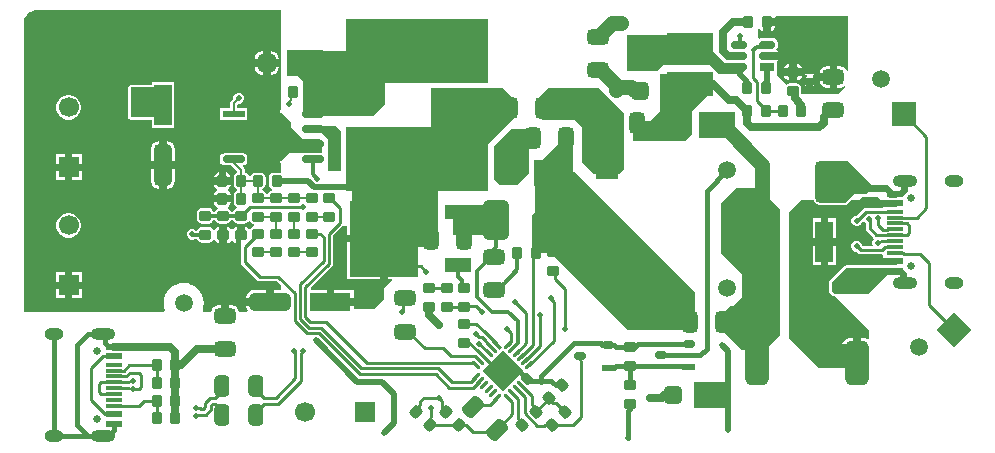
<source format=gtl>
G04*
G04 #@! TF.GenerationSoftware,Altium Limited,Altium Designer,23.11.1 (41)*
G04*
G04 Layer_Physical_Order=1*
G04 Layer_Color=255*
%FSLAX44Y44*%
%MOMM*%
G71*
G04*
G04 #@! TF.SameCoordinates,884342A8-4ED4-4568-BB5E-73BA217C2521*
G04*
G04*
G04 #@! TF.FilePolarity,Positive*
G04*
G01*
G75*
G04:AMPARAMS|DCode=10|XSize=1.82mm|YSize=1.27mm|CornerRadius=0.3175mm|HoleSize=0mm|Usage=FLASHONLY|Rotation=90.000|XOffset=0mm|YOffset=0mm|HoleType=Round|Shape=RoundedRectangle|*
%AMROUNDEDRECTD10*
21,1,1.8200,0.6350,0,0,90.0*
21,1,1.1850,1.2700,0,0,90.0*
1,1,0.6350,0.3175,0.5925*
1,1,0.6350,0.3175,-0.5925*
1,1,0.6350,-0.3175,-0.5925*
1,1,0.6350,-0.3175,0.5925*
%
%ADD10ROUNDEDRECTD10*%
G04:AMPARAMS|DCode=11|XSize=1.5mm|YSize=3.5mm|CornerRadius=0.375mm|HoleSize=0mm|Usage=FLASHONLY|Rotation=270.000|XOffset=0mm|YOffset=0mm|HoleType=Round|Shape=RoundedRectangle|*
%AMROUNDEDRECTD11*
21,1,1.5000,2.7500,0,0,270.0*
21,1,0.7500,3.5000,0,0,270.0*
1,1,0.7500,-1.3750,-0.3750*
1,1,0.7500,-1.3750,0.3750*
1,1,0.7500,1.3750,0.3750*
1,1,0.7500,1.3750,-0.3750*
%
%ADD11ROUNDEDRECTD11*%
%ADD12R,3.5000X1.5000*%
%ADD13R,3.1000X2.2000*%
G04:AMPARAMS|DCode=14|XSize=1.5mm|YSize=1.52mm|CornerRadius=0.375mm|HoleSize=0mm|Usage=FLASHONLY|Rotation=270.000|XOffset=0mm|YOffset=0mm|HoleType=Round|Shape=RoundedRectangle|*
%AMROUNDEDRECTD14*
21,1,1.5000,0.7700,0,0,270.0*
21,1,0.7500,1.5200,0,0,270.0*
1,1,0.7500,-0.3850,-0.3750*
1,1,0.7500,-0.3850,0.3750*
1,1,0.7500,0.3850,0.3750*
1,1,0.7500,0.3850,-0.3750*
%
%ADD14ROUNDEDRECTD14*%
G04:AMPARAMS|DCode=15|XSize=1.8mm|YSize=1.3mm|CornerRadius=0.325mm|HoleSize=0mm|Usage=FLASHONLY|Rotation=180.000|XOffset=0mm|YOffset=0mm|HoleType=Round|Shape=RoundedRectangle|*
%AMROUNDEDRECTD15*
21,1,1.8000,0.6500,0,0,180.0*
21,1,1.1500,1.3000,0,0,180.0*
1,1,0.6500,-0.5750,0.3250*
1,1,0.6500,0.5750,0.3250*
1,1,0.6500,0.5750,-0.3250*
1,1,0.6500,-0.5750,-0.3250*
%
%ADD15ROUNDEDRECTD15*%
G04:AMPARAMS|DCode=16|XSize=1.8mm|YSize=1.3mm|CornerRadius=0.325mm|HoleSize=0mm|Usage=FLASHONLY|Rotation=225.000|XOffset=0mm|YOffset=0mm|HoleType=Round|Shape=RoundedRectangle|*
%AMROUNDEDRECTD16*
21,1,1.8000,0.6500,0,0,225.0*
21,1,1.1500,1.3000,0,0,225.0*
1,1,0.6500,-0.6364,-0.1768*
1,1,0.6500,0.1768,0.6364*
1,1,0.6500,0.6364,0.1768*
1,1,0.6500,-0.1768,-0.6364*
%
%ADD16ROUNDEDRECTD16*%
G04:AMPARAMS|DCode=17|XSize=2mm|YSize=3.75mm|CornerRadius=0.5mm|HoleSize=0mm|Usage=FLASHONLY|Rotation=0.000|XOffset=0mm|YOffset=0mm|HoleType=Round|Shape=RoundedRectangle|*
%AMROUNDEDRECTD17*
21,1,2.0000,2.7500,0,0,0.0*
21,1,1.0000,3.7500,0,0,0.0*
1,1,1.0000,0.5000,-1.3750*
1,1,1.0000,-0.5000,-1.3750*
1,1,1.0000,-0.5000,1.3750*
1,1,1.0000,0.5000,1.3750*
%
%ADD17ROUNDEDRECTD17*%
G04:AMPARAMS|DCode=18|XSize=1mm|YSize=0.9mm|CornerRadius=0.225mm|HoleSize=0mm|Usage=FLASHONLY|Rotation=270.000|XOffset=0mm|YOffset=0mm|HoleType=Round|Shape=RoundedRectangle|*
%AMROUNDEDRECTD18*
21,1,1.0000,0.4500,0,0,270.0*
21,1,0.5500,0.9000,0,0,270.0*
1,1,0.4500,-0.2250,-0.2750*
1,1,0.4500,-0.2250,0.2750*
1,1,0.4500,0.2250,0.2750*
1,1,0.4500,0.2250,-0.2750*
%
%ADD18ROUNDEDRECTD18*%
%ADD19R,1.4500X0.3000*%
%ADD20R,1.4500X0.6000*%
%ADD21R,4.0000X2.0000*%
G04:AMPARAMS|DCode=22|XSize=1.5mm|YSize=1.52mm|CornerRadius=0.375mm|HoleSize=0mm|Usage=FLASHONLY|Rotation=0.000|XOffset=0mm|YOffset=0mm|HoleType=Round|Shape=RoundedRectangle|*
%AMROUNDEDRECTD22*
21,1,1.5000,0.7700,0,0,0.0*
21,1,0.7500,1.5200,0,0,0.0*
1,1,0.7500,0.3750,-0.3850*
1,1,0.7500,-0.3750,-0.3850*
1,1,0.7500,-0.3750,0.3850*
1,1,0.7500,0.3750,0.3850*
%
%ADD22ROUNDEDRECTD22*%
%ADD23R,2.2000X3.1000*%
G04:AMPARAMS|DCode=24|XSize=1mm|YSize=0.9mm|CornerRadius=0.225mm|HoleSize=0mm|Usage=FLASHONLY|Rotation=315.000|XOffset=0mm|YOffset=0mm|HoleType=Round|Shape=RoundedRectangle|*
%AMROUNDEDRECTD24*
21,1,1.0000,0.4500,0,0,315.0*
21,1,0.5500,0.9000,0,0,315.0*
1,1,0.4500,0.0354,-0.3536*
1,1,0.4500,-0.3536,0.0354*
1,1,0.4500,-0.0354,0.3536*
1,1,0.4500,0.3536,-0.0354*
%
%ADD24ROUNDEDRECTD24*%
G04:AMPARAMS|DCode=25|XSize=1mm|YSize=0.9mm|CornerRadius=0.225mm|HoleSize=0mm|Usage=FLASHONLY|Rotation=0.000|XOffset=0mm|YOffset=0mm|HoleType=Round|Shape=RoundedRectangle|*
%AMROUNDEDRECTD25*
21,1,1.0000,0.4500,0,0,0.0*
21,1,0.5500,0.9000,0,0,0.0*
1,1,0.4500,0.2750,-0.2250*
1,1,0.4500,-0.2750,-0.2250*
1,1,0.4500,-0.2750,0.2250*
1,1,0.4500,0.2750,0.2250*
%
%ADD25ROUNDEDRECTD25*%
G04:AMPARAMS|DCode=26|XSize=1.8mm|YSize=1.3mm|CornerRadius=0.325mm|HoleSize=0mm|Usage=FLASHONLY|Rotation=90.000|XOffset=0mm|YOffset=0mm|HoleType=Round|Shape=RoundedRectangle|*
%AMROUNDEDRECTD26*
21,1,1.8000,0.6500,0,0,90.0*
21,1,1.1500,1.3000,0,0,90.0*
1,1,0.6500,0.3250,0.5750*
1,1,0.6500,0.3250,-0.5750*
1,1,0.6500,-0.3250,-0.5750*
1,1,0.6500,-0.3250,0.5750*
%
%ADD26ROUNDEDRECTD26*%
G04:AMPARAMS|DCode=27|XSize=1.5mm|YSize=3.5mm|CornerRadius=0.375mm|HoleSize=0mm|Usage=FLASHONLY|Rotation=0.000|XOffset=0mm|YOffset=0mm|HoleType=Round|Shape=RoundedRectangle|*
%AMROUNDEDRECTD27*
21,1,1.5000,2.7500,0,0,0.0*
21,1,0.7500,3.5000,0,0,0.0*
1,1,0.7500,0.3750,-1.3750*
1,1,0.7500,-0.3750,-1.3750*
1,1,0.7500,-0.3750,1.3750*
1,1,0.7500,0.3750,1.3750*
%
%ADD27ROUNDEDRECTD27*%
%ADD28R,1.5000X3.5000*%
%ADD29R,2.2000X1.2000*%
%ADD30R,5.8000X6.4000*%
%ADD31R,12.0000X5.5000*%
G04:AMPARAMS|DCode=32|XSize=3mm|YSize=4mm|CornerRadius=0mm|HoleSize=0mm|Usage=FLASHONLY|Rotation=0.000|XOffset=0mm|YOffset=0mm|HoleType=Round|Shape=Octagon|*
%AMOCTAGOND32*
4,1,8,-0.7500,2.0000,0.7500,2.0000,1.5000,1.2500,1.5000,-1.2500,0.7500,-2.0000,-0.7500,-2.0000,-1.5000,-1.2500,-1.5000,1.2500,-0.7500,2.0000,0.0*
%
%ADD32OCTAGOND32*%

%ADD33R,1.9000X0.6000*%
G04:AMPARAMS|DCode=34|XSize=0.6mm|YSize=1.9mm|CornerRadius=0.15mm|HoleSize=0mm|Usage=FLASHONLY|Rotation=90.000|XOffset=0mm|YOffset=0mm|HoleType=Round|Shape=RoundedRectangle|*
%AMROUNDEDRECTD34*
21,1,0.6000,1.6000,0,0,90.0*
21,1,0.3000,1.9000,0,0,90.0*
1,1,0.3000,0.8000,0.1500*
1,1,0.3000,0.8000,-0.1500*
1,1,0.3000,-0.8000,-0.1500*
1,1,0.3000,-0.8000,0.1500*
%
%ADD34ROUNDEDRECTD34*%
G04:AMPARAMS|DCode=35|XSize=3.45mm|YSize=2.25mm|CornerRadius=0.5625mm|HoleSize=0mm|Usage=FLASHONLY|Rotation=90.000|XOffset=0mm|YOffset=0mm|HoleType=Round|Shape=RoundedRectangle|*
%AMROUNDEDRECTD35*
21,1,3.4500,1.1250,0,0,90.0*
21,1,2.3250,2.2500,0,0,90.0*
1,1,1.1250,0.5625,1.1625*
1,1,1.1250,0.5625,-1.1625*
1,1,1.1250,-0.5625,-1.1625*
1,1,1.1250,-0.5625,1.1625*
%
%ADD35ROUNDEDRECTD35*%
G04:AMPARAMS|DCode=36|XSize=0.84mm|YSize=0.26mm|CornerRadius=0.065mm|HoleSize=0mm|Usage=FLASHONLY|Rotation=45.000|XOffset=0mm|YOffset=0mm|HoleType=Round|Shape=RoundedRectangle|*
%AMROUNDEDRECTD36*
21,1,0.8400,0.1300,0,0,45.0*
21,1,0.7100,0.2600,0,0,45.0*
1,1,0.1300,0.2970,0.2051*
1,1,0.1300,-0.2051,-0.2970*
1,1,0.1300,-0.2970,-0.2051*
1,1,0.1300,0.2051,0.2970*
%
%ADD36ROUNDEDRECTD36*%
G04:AMPARAMS|DCode=37|XSize=0.84mm|YSize=0.26mm|CornerRadius=0mm|HoleSize=0mm|Usage=FLASHONLY|Rotation=315.000|XOffset=0mm|YOffset=0mm|HoleType=Round|Shape=Rectangle|*
%AMROTATEDRECTD37*
4,1,4,-0.3889,0.2051,-0.2051,0.3889,0.3889,-0.2051,0.2051,-0.3889,-0.3889,0.2051,0.0*
%
%ADD37ROTATEDRECTD37*%

G04:AMPARAMS|DCode=38|XSize=0.84mm|YSize=0.26mm|CornerRadius=0.065mm|HoleSize=0mm|Usage=FLASHONLY|Rotation=315.000|XOffset=0mm|YOffset=0mm|HoleType=Round|Shape=RoundedRectangle|*
%AMROUNDEDRECTD38*
21,1,0.8400,0.1300,0,0,315.0*
21,1,0.7100,0.2600,0,0,315.0*
1,1,0.1300,0.2051,-0.2970*
1,1,0.1300,-0.2970,0.2051*
1,1,0.1300,-0.2051,0.2970*
1,1,0.1300,0.2970,-0.2051*
%
%ADD38ROUNDEDRECTD38*%
%ADD39P,3.5355X4X360.0*%
G04:AMPARAMS|DCode=40|XSize=1mm|YSize=0.9mm|CornerRadius=0.225mm|HoleSize=0mm|Usage=FLASHONLY|Rotation=225.000|XOffset=0mm|YOffset=0mm|HoleType=Round|Shape=RoundedRectangle|*
%AMROUNDEDRECTD40*
21,1,1.0000,0.4500,0,0,225.0*
21,1,0.5500,0.9000,0,0,225.0*
1,1,0.4500,-0.3536,-0.0354*
1,1,0.4500,0.0354,0.3536*
1,1,0.4500,0.3536,0.0354*
1,1,0.4500,-0.0354,-0.3536*
%
%ADD40ROUNDEDRECTD40*%
%ADD41R,1.0000X0.6000*%
G04:AMPARAMS|DCode=42|XSize=0.6mm|YSize=1mm|CornerRadius=0.15mm|HoleSize=0mm|Usage=FLASHONLY|Rotation=270.000|XOffset=0mm|YOffset=0mm|HoleType=Round|Shape=RoundedRectangle|*
%AMROUNDEDRECTD42*
21,1,0.6000,0.7000,0,0,270.0*
21,1,0.3000,1.0000,0,0,270.0*
1,1,0.3000,-0.3500,-0.1500*
1,1,0.3000,-0.3500,0.1500*
1,1,0.3000,0.3500,0.1500*
1,1,0.3000,0.3500,-0.1500*
%
%ADD42ROUNDEDRECTD42*%
%ADD43C,1.5000*%
%ADD44R,1.3000X0.7000*%
G04:AMPARAMS|DCode=45|XSize=0.7mm|YSize=1.3mm|CornerRadius=0.175mm|HoleSize=0mm|Usage=FLASHONLY|Rotation=270.000|XOffset=0mm|YOffset=0mm|HoleType=Round|Shape=RoundedRectangle|*
%AMROUNDEDRECTD45*
21,1,0.7000,0.9500,0,0,270.0*
21,1,0.3500,1.3000,0,0,270.0*
1,1,0.3500,-0.4750,-0.1750*
1,1,0.3500,-0.4750,0.1750*
1,1,0.3500,0.4750,0.1750*
1,1,0.3500,0.4750,-0.1750*
%
%ADD45ROUNDEDRECTD45*%
%ADD46C,0.2540*%
%ADD47C,0.5080*%
%ADD48C,0.3810*%
%ADD49C,0.6350*%
%ADD50C,0.3048*%
%ADD51C,0.5588*%
%ADD52C,1.2700*%
%ADD53C,0.2032*%
%ADD54R,1.7500X2.0000*%
%ADD55R,2.4710X5.1570*%
%ADD56R,2.0000X2.5000*%
%ADD57R,3.5000X2.5000*%
%ADD58R,4.6400X2.5654*%
%ADD59O,1.6000X1.0000*%
%ADD60C,0.6750*%
%ADD61O,2.1000X1.0000*%
%ADD62C,1.7000*%
%ADD63R,1.7000X1.7000*%
%ADD64R,1.7000X1.7000*%
%ADD65O,1.9000X1.5000*%
%ADD66R,1.9000X1.5000*%
%ADD67O,1.5000X1.9000*%
%ADD68P,2.9814X4X90.0*%
%ADD69R,2.1082X2.1082*%
%ADD70C,0.5000*%
%ADD71C,1.2000*%
G36*
X700500Y427504D02*
X699230Y427379D01*
X699204Y427509D01*
X697924Y429424D01*
X696009Y430704D01*
X693750Y431153D01*
X691175D01*
Y422000D01*
Y412847D01*
X693750D01*
X696009Y413296D01*
X697488Y414284D01*
X698298Y413298D01*
X693000Y408000D01*
X661849D01*
X661016Y408866D01*
X660998Y408957D01*
Y412441D01*
X660668Y414099D01*
X659729Y415505D01*
X658323Y416444D01*
X656665Y416774D01*
X651165D01*
X649507Y416444D01*
X648287Y415629D01*
X640327Y423589D01*
X640705Y424859D01*
X640705D01*
Y435859D01*
X640705Y435859D01*
X640705D01*
X640897Y436239D01*
X640996Y436435D01*
X641046Y436684D01*
X632205D01*
Y443034D01*
X641046D01*
X640996Y443283D01*
X640048Y444702D01*
X639685Y444944D01*
X640488Y446146D01*
X640779Y447609D01*
Y451109D01*
X640488Y452572D01*
X639659Y453812D01*
X638418Y454641D01*
X636955Y454932D01*
X627455D01*
X625992Y454641D01*
X625777Y454497D01*
X624507Y455176D01*
Y462460D01*
X625777Y462845D01*
X626113Y462343D01*
X627697Y461284D01*
X628641Y461096D01*
Y468546D01*
X631816D01*
Y471721D01*
X638865D01*
X638818Y471961D01*
X639860Y473231D01*
X700500D01*
Y427504D01*
D02*
G37*
G36*
X583500Y446896D02*
X596500Y433896D01*
X612500Y433896D01*
Y426896D01*
X610500Y424896D01*
X590500Y424896D01*
X583500Y431896D01*
X543500Y431896D01*
X538500Y426896D01*
X524500D01*
Y457896D01*
X583500D01*
Y446896D01*
D02*
G37*
G36*
X308788Y398970D02*
X298788Y388970D01*
X241288D01*
X238788Y391470D01*
Y418970D01*
X233788Y423970D01*
Y443970D01*
X308788D01*
Y398970D01*
D02*
G37*
G36*
X585500Y421135D02*
Y409896D01*
X572500Y396896D01*
X568500Y392896D01*
Y373896D01*
X562500Y367896D01*
X518500D01*
Y384896D01*
X533500D01*
X541500Y392896D01*
Y424896D01*
X581740D01*
X585500Y421135D01*
D02*
G37*
G36*
X418500Y402500D02*
Y396500D01*
Y387500D01*
X393500Y362500D01*
X347500D01*
Y412500D01*
X408500D01*
X418500Y402500D01*
D02*
G37*
G36*
X270788Y376470D02*
Y342470D01*
X259788D01*
X259788Y369470D01*
X253788Y375470D01*
X238788D01*
Y380470D01*
X266788D01*
X270788Y376470D01*
D02*
G37*
G36*
X220210Y394010D02*
X216963D01*
Y385500D01*
X222758D01*
X238788Y369470D01*
X252788D01*
X254788Y367470D01*
X254788Y357800D01*
X216963D01*
Y348930D01*
X220210D01*
Y341821D01*
X219228Y341015D01*
X219038Y341053D01*
X214538D01*
X212880Y340723D01*
X211474Y339784D01*
X210535Y338378D01*
X210205Y336720D01*
Y331220D01*
X210535Y329562D01*
X211474Y328156D01*
X212879Y327217D01*
X212880Y327214D01*
X212878Y325922D01*
X211880Y325723D01*
X210474Y324784D01*
X209535Y323378D01*
X209435Y322880D01*
X208141D01*
X208041Y323378D01*
X207102Y324784D01*
X205696Y325723D01*
X204698Y325922D01*
X204696Y327214D01*
X204697Y327217D01*
X206102Y328156D01*
X207041Y329562D01*
X207371Y331220D01*
Y336720D01*
X207041Y338378D01*
X206102Y339784D01*
X204696Y340723D01*
X203038Y341053D01*
X198538D01*
X196880Y340723D01*
X195474Y339784D01*
X194535Y338378D01*
X194436Y337880D01*
X193141D01*
X193041Y338378D01*
X192102Y339784D01*
X190696Y340723D01*
X189863Y340889D01*
Y342920D01*
X189629Y344097D01*
X188962Y345094D01*
X188962Y345094D01*
X187824Y346232D01*
X187898Y346409D01*
X188466Y347387D01*
X189654Y347623D01*
X190811Y348397D01*
X191585Y349554D01*
X191857Y350920D01*
Y353920D01*
X191585Y355286D01*
X190811Y356443D01*
X189654Y357217D01*
X188288Y357489D01*
X172288D01*
X170922Y357217D01*
X169765Y356443D01*
X168991Y355286D01*
X168720Y353920D01*
Y350920D01*
X168991Y349554D01*
X169765Y348397D01*
X170922Y347623D01*
X172288Y347351D01*
X178043D01*
X178114Y347246D01*
X183264Y342095D01*
X182880Y340723D01*
X181474Y339784D01*
X180535Y338378D01*
X180205Y336720D01*
Y331220D01*
X180535Y329562D01*
X181474Y328156D01*
X182880Y327217D01*
X183378Y327117D01*
Y325823D01*
X182880Y325723D01*
X181474Y324784D01*
X180535Y323378D01*
X180205Y321720D01*
Y316220D01*
X180535Y314562D01*
X181474Y313156D01*
X182880Y312217D01*
X183064Y312180D01*
Y310885D01*
X181980Y310669D01*
X180574Y309730D01*
X179635Y308324D01*
X179572Y308009D01*
X178204D01*
X178141Y308324D01*
X177202Y309730D01*
X175796Y310669D01*
X175675Y310693D01*
X175407Y312042D01*
X176491Y312767D01*
X177550Y314351D01*
X177837Y315795D01*
X170788D01*
X163739D01*
X164026Y314351D01*
X165085Y312767D01*
X166546Y311790D01*
X166563Y311745D01*
X166644Y311131D01*
X166613Y310424D01*
X165574Y309730D01*
X164635Y308324D01*
X164572Y308009D01*
X163204D01*
X163141Y308324D01*
X162202Y309730D01*
X160796Y310669D01*
X159138Y310999D01*
X153638D01*
X151980Y310669D01*
X150574Y309730D01*
X149635Y308324D01*
X149305Y306666D01*
Y302166D01*
X149635Y300508D01*
X150574Y299102D01*
X151980Y298163D01*
X153638Y297833D01*
X159138D01*
X160796Y298163D01*
X162202Y299102D01*
X163141Y300508D01*
X163204Y300823D01*
X164572D01*
X164635Y300508D01*
X165574Y299102D01*
X166980Y298163D01*
X168638Y297833D01*
X174138D01*
X175796Y298163D01*
X177202Y299102D01*
X178141Y300508D01*
X178204Y300823D01*
X179572D01*
X179635Y300508D01*
X180574Y299102D01*
X181980Y298163D01*
X183638Y297833D01*
X189138D01*
X190796Y298163D01*
X192202Y299102D01*
X193072Y300404D01*
X193488Y300445D01*
X194391Y300282D01*
X194535Y299562D01*
X195474Y298156D01*
X196880Y297217D01*
X197378Y297117D01*
Y295823D01*
X196880Y295723D01*
X195474Y294784D01*
X194535Y293378D01*
X193205Y293202D01*
X192591Y294119D01*
X191007Y295178D01*
X189563Y295465D01*
Y288416D01*
X183213D01*
Y295465D01*
X181769Y295178D01*
X180185Y294119D01*
X179652Y293322D01*
X178124D01*
X177591Y294119D01*
X176007Y295178D01*
X174563Y295465D01*
Y288416D01*
Y281367D01*
X176007Y281654D01*
X177591Y282713D01*
X178124Y283510D01*
X179652D01*
X180185Y282713D01*
X181769Y281654D01*
X183638Y281282D01*
X186188D01*
X186866Y280012D01*
X186650Y279688D01*
X186396Y278412D01*
Y265074D01*
X186650Y263798D01*
X187372Y262717D01*
X199946Y250144D01*
X201027Y249421D01*
X202303Y249167D01*
X216797D01*
X220210Y245754D01*
Y241727D01*
X214395D01*
Y231564D01*
X211220D01*
Y228389D01*
X191057D01*
Y227814D01*
X191545Y225360D01*
X192139Y224470D01*
X191461Y223200D01*
X184564D01*
X184204Y225009D01*
X182924Y226924D01*
X181009Y228204D01*
X178750Y228653D01*
X176175D01*
Y219500D01*
X169825D01*
Y228653D01*
X167250D01*
X164991Y228204D01*
X163076Y226924D01*
X161796Y225009D01*
X161436Y223200D01*
X154674D01*
X153936Y224470D01*
X154754Y227167D01*
X155082Y230500D01*
X154754Y233833D01*
X153782Y237037D01*
X152203Y239990D01*
X150079Y242579D01*
X147490Y244703D01*
X144537Y246282D01*
X141333Y247254D01*
X138000Y247582D01*
X134667Y247254D01*
X131463Y246282D01*
X128510Y244703D01*
X125921Y242579D01*
X123797Y239990D01*
X122218Y237037D01*
X121246Y233833D01*
X120918Y230500D01*
X121246Y227167D01*
X122064Y224470D01*
X121326Y223200D01*
X2539D01*
Y467800D01*
Y468850D01*
X2949Y470910D01*
X3752Y472850D01*
X4919Y474596D01*
X6404Y476081D01*
X8150Y477248D01*
X10090Y478051D01*
X12150Y478461D01*
X220210D01*
Y394010D01*
D02*
G37*
G36*
X510500Y391500D02*
Y343500D01*
X506500Y339500D01*
X485500Y339500D01*
X475500Y349500D01*
Y379500D01*
X469500Y385500D01*
X442500D01*
X439500Y388500D01*
Y405500D01*
X446500Y412500D01*
X489500D01*
X510500Y391500D01*
D02*
G37*
G36*
X430500Y378000D02*
X430500Y340500D01*
X420500Y330500D01*
X405500D01*
X400500Y335500D01*
Y363000D01*
X415500Y378000D01*
X430500Y378000D01*
D02*
G37*
G36*
X720500Y330500D02*
Y328000D01*
X715500Y323000D01*
X705500D01*
X698000Y315500D01*
X678000D01*
Y350500D01*
X700500D01*
X720500Y330500D01*
D02*
G37*
G36*
X730260Y311335D02*
X715747D01*
X714471Y311081D01*
X713389Y310358D01*
X707675Y304644D01*
X706995D01*
X705341Y303959D01*
X704075Y302693D01*
X703390Y301039D01*
Y299249D01*
X704075Y297595D01*
X705341Y296329D01*
X706995Y295644D01*
X708785D01*
X710439Y296329D01*
X711705Y297595D01*
X712390Y299249D01*
X712973Y299597D01*
X714338Y299428D01*
X715478Y298288D01*
Y293941D01*
X715732Y292665D01*
X716454Y291583D01*
X721973Y286065D01*
X722260Y285052D01*
X722305Y284601D01*
X721855Y284151D01*
X721170Y282497D01*
Y280707D01*
X721417Y280110D01*
X720569Y278840D01*
X712731D01*
X712136Y279435D01*
Y279449D01*
X711451Y281103D01*
X710185Y282369D01*
X708531Y283054D01*
X706741D01*
X705087Y282369D01*
X703821Y281103D01*
X703136Y279449D01*
Y277659D01*
X703821Y276005D01*
X705087Y274739D01*
X706741Y274054D01*
X708087D01*
X708992Y273148D01*
X710074Y272426D01*
X711350Y272172D01*
X729181D01*
X729258Y272187D01*
X730260Y271092D01*
Y262889D01*
X706895D01*
X705138Y262539D01*
X698500D01*
X698500Y262539D01*
X697720Y262384D01*
X697058Y261942D01*
X685058Y249942D01*
X684616Y249280D01*
X684461Y248500D01*
Y240500D01*
X684616Y239720D01*
X685058Y239058D01*
X687058Y237058D01*
X687720Y236616D01*
X688500Y236461D01*
X689539D01*
X718000Y208000D01*
X718000Y200583D01*
X716861Y200021D01*
X716693Y200150D01*
X714858Y200910D01*
X712890Y201169D01*
X711065D01*
Y179814D01*
X707890D01*
Y176639D01*
X695285D01*
Y175500D01*
X675500D01*
X650500Y200500D01*
Y308000D01*
X660500Y318000D01*
X671236D01*
X671334Y317507D01*
X672605Y315604D01*
X674507Y314334D01*
X676750Y313887D01*
X676814D01*
X677220Y313616D01*
X678000Y313461D01*
X698000D01*
X698780Y313616D01*
X699442Y314058D01*
X699442Y314058D01*
X703384Y318000D01*
X730260D01*
Y311335D01*
D02*
G37*
G36*
X353000Y286866D02*
X344134Y278000D01*
X310675Y278000D01*
Y250660D01*
X314001D01*
X314487Y249487D01*
X308000Y243000D01*
Y234010D01*
X299204Y225214D01*
X282260D01*
Y228389D01*
X262220D01*
Y231564D01*
X259045D01*
Y241604D01*
X245500D01*
Y243848D01*
X263370Y261718D01*
X264093Y262800D01*
X264346Y264076D01*
Y287996D01*
X271850Y295500D01*
X275960D01*
Y288375D01*
X280500D01*
Y333000D01*
X353000D01*
Y286866D01*
D02*
G37*
G36*
X737500Y255500D02*
X736500Y254500D01*
X733500D01*
X717500Y238500D01*
X688500D01*
X686500Y240500D01*
Y248500D01*
X698500Y260500D01*
X737500D01*
Y255500D01*
D02*
G37*
G36*
X468000Y342422D02*
X570500Y239922D01*
Y208000D01*
X514030Y208000D01*
X450500Y271530D01*
Y273000D01*
X436000D01*
X433000Y276000D01*
Y305500D01*
X435500Y308000D01*
Y345500D01*
X458000Y368000D01*
X468000D01*
Y342422D01*
D02*
G37*
G36*
X643000Y310500D02*
Y203000D01*
X630500Y190500D01*
X610500D01*
X588000Y213000D01*
Y215500D01*
X600500Y228000D01*
X603000D01*
X610500Y235500D01*
Y255500D01*
X593000Y273000D01*
Y315500D01*
X605500Y328000D01*
X625500D01*
X643000Y310500D01*
D02*
G37*
%LPC*%
G36*
X638865Y465371D02*
X634991D01*
Y461096D01*
X635935Y461284D01*
X637519Y462343D01*
X638578Y463927D01*
X638865Y465371D01*
D02*
G37*
G36*
X671175Y431953D02*
Y431175D01*
X671953D01*
X671175Y431953D01*
D02*
G37*
G36*
X664825D02*
X664047Y431175D01*
X664825D01*
Y431953D01*
D02*
G37*
G36*
X657090Y433240D02*
Y429366D01*
X661365D01*
X661177Y430310D01*
X660118Y431894D01*
X658534Y432953D01*
X657090Y433240D01*
D02*
G37*
G36*
X650740D02*
X649296Y432953D01*
X647712Y431894D01*
X646653Y430310D01*
X646465Y429366D01*
X650740D01*
Y433240D01*
D02*
G37*
G36*
X684825Y431153D02*
X682250D01*
X679991Y430704D01*
X678076Y429424D01*
X676796Y427509D01*
X676347Y425250D01*
Y425175D01*
X684825D01*
Y431153D01*
D02*
G37*
G36*
X671953Y424825D02*
X664047D01*
X665145Y423727D01*
X665368Y423635D01*
Y422365D01*
X665145Y422273D01*
X664047Y421175D01*
X671953D01*
X670855Y422273D01*
X670632Y422365D01*
Y423635D01*
X670855Y423727D01*
X671953Y424825D01*
D02*
G37*
G36*
X661365Y423016D02*
X657090D01*
Y419141D01*
X658534Y419429D01*
X660118Y420487D01*
X661177Y422072D01*
X661365Y423016D01*
D02*
G37*
G36*
X650740D02*
X646465D01*
X646653Y422072D01*
X647712Y420487D01*
X649296Y419429D01*
X650740Y419141D01*
Y423016D01*
D02*
G37*
G36*
X671953Y414825D02*
X671175D01*
Y414047D01*
X671953Y414825D01*
D02*
G37*
G36*
X664825D02*
X664047D01*
X664825Y414047D01*
Y414825D01*
D02*
G37*
G36*
X684825Y418825D02*
X676347D01*
Y418750D01*
X676796Y416491D01*
X678076Y414576D01*
X679991Y413296D01*
X682250Y412847D01*
X684825D01*
Y418825D01*
D02*
G37*
G36*
X212296Y443953D02*
X211621D01*
Y436965D01*
X218709D01*
Y437540D01*
X218221Y439994D01*
X216831Y442075D01*
X214750Y443465D01*
X212296Y443953D01*
D02*
G37*
G36*
X205271D02*
X204596D01*
X202142Y443465D01*
X200061Y442075D01*
X198671Y439994D01*
X198183Y437540D01*
Y436965D01*
X205271D01*
Y443953D01*
D02*
G37*
G36*
X218709Y430615D02*
X211621D01*
Y423627D01*
X212296D01*
X214750Y424115D01*
X216831Y425505D01*
X218221Y427586D01*
X218709Y430040D01*
Y430615D01*
D02*
G37*
G36*
X205271D02*
X198183D01*
Y430040D01*
X198671Y427586D01*
X200061Y425505D01*
X202142Y424115D01*
X204596Y423627D01*
X205271D01*
Y430615D01*
D02*
G37*
G36*
X41882Y406800D02*
X39118D01*
X36447Y406084D01*
X34053Y404702D01*
X32098Y402747D01*
X30716Y400353D01*
X30000Y397682D01*
Y394918D01*
X30716Y392247D01*
X32098Y389853D01*
X34053Y387898D01*
X36447Y386516D01*
X39118Y385800D01*
X41882D01*
X44553Y386516D01*
X46947Y387898D01*
X48902Y389853D01*
X50284Y392247D01*
X51000Y394918D01*
Y397682D01*
X50284Y400353D01*
X48902Y402747D01*
X46947Y404702D01*
X44553Y406084D01*
X41882Y406800D01*
D02*
G37*
G36*
X185381Y408430D02*
X183591D01*
X181937Y407745D01*
X180671Y406479D01*
X179986Y404825D01*
Y403779D01*
X178114Y401906D01*
X177447Y400909D01*
X177213Y399732D01*
X177213Y399732D01*
Y395520D01*
X168788D01*
Y385520D01*
X191788D01*
Y395520D01*
X183363D01*
Y398458D01*
X184335Y399430D01*
X185381D01*
X187035Y400115D01*
X188301Y401381D01*
X188986Y403035D01*
Y404825D01*
X188301Y406479D01*
X187035Y407745D01*
X185381Y408430D01*
D02*
G37*
G36*
X210613Y394010D02*
X205018D01*
X196508Y385500D01*
X210613D01*
Y394010D01*
D02*
G37*
G36*
X130000Y418000D02*
X111000D01*
Y415039D01*
X93000D01*
X92220Y414884D01*
X91558Y414442D01*
X91116Y413780D01*
X90961Y413000D01*
Y388000D01*
X91116Y387220D01*
X91558Y386558D01*
X92220Y386116D01*
X93000Y385961D01*
X111000D01*
Y379000D01*
X130000D01*
Y387803D01*
X130039Y388000D01*
Y413000D01*
X130000Y413197D01*
Y418000D01*
D02*
G37*
G36*
X124250Y367663D02*
X123675D01*
Y350675D01*
X130663D01*
Y361250D01*
X130175Y363704D01*
X128785Y365785D01*
X126704Y367175D01*
X124250Y367663D01*
D02*
G37*
G36*
X117325D02*
X116750D01*
X114296Y367175D01*
X112215Y365785D01*
X110825Y363704D01*
X110337Y361250D01*
Y350675D01*
X117325D01*
Y367663D01*
D02*
G37*
G36*
X210613Y357800D02*
X196248D01*
Y357700D01*
X205018Y348930D01*
X210613D01*
Y357800D01*
D02*
G37*
G36*
X51540Y356540D02*
X43675D01*
Y348675D01*
X51540D01*
Y356540D01*
D02*
G37*
G36*
X37325D02*
X29460D01*
Y348675D01*
X37325D01*
Y356540D01*
D02*
G37*
G36*
X173963Y341420D02*
Y337145D01*
X177837D01*
X177550Y338589D01*
X176491Y340173D01*
X174907Y341232D01*
X173963Y341420D01*
D02*
G37*
G36*
X167613D02*
X166669Y341232D01*
X165085Y340173D01*
X164026Y338589D01*
X163739Y337145D01*
X167613D01*
Y341420D01*
D02*
G37*
G36*
X51540Y342325D02*
X43675D01*
Y334460D01*
X51540D01*
Y342325D01*
D02*
G37*
G36*
X37325D02*
X29460D01*
Y334460D01*
X37325D01*
Y342325D01*
D02*
G37*
G36*
X130663Y344325D02*
X123675D01*
Y327337D01*
X124250D01*
X126704Y327825D01*
X128785Y329215D01*
X130175Y331296D01*
X130663Y333750D01*
Y344325D01*
D02*
G37*
G36*
X117325D02*
X110337D01*
Y333750D01*
X110825Y331296D01*
X112215Y329215D01*
X114296Y327825D01*
X116750Y327337D01*
X117325D01*
Y344325D01*
D02*
G37*
G36*
X177837Y330795D02*
X170788D01*
X163739D01*
X164026Y329351D01*
X165085Y327767D01*
X165882Y327234D01*
Y325706D01*
X165085Y325173D01*
X164026Y323589D01*
X163739Y322145D01*
X170788D01*
X177837D01*
X177550Y323589D01*
X176491Y325173D01*
X175694Y325706D01*
Y327234D01*
X176491Y327767D01*
X177550Y329351D01*
X177837Y330795D01*
D02*
G37*
G36*
X168213Y295465D02*
X166769Y295178D01*
X165185Y294119D01*
X164269Y292749D01*
X164210Y292727D01*
X163365Y292653D01*
X162870Y292731D01*
X162202Y293730D01*
X160796Y294669D01*
X159138Y294999D01*
X153638D01*
X151980Y294669D01*
X150574Y293730D01*
X149635Y292324D01*
X149572Y292009D01*
X148287D01*
X147575Y292721D01*
X145921Y293406D01*
X144131D01*
X142477Y292721D01*
X141211Y291455D01*
X140526Y289801D01*
Y288011D01*
X141211Y286357D01*
X142477Y285091D01*
X144131Y284406D01*
X145921D01*
X146928Y284823D01*
X149572D01*
X149635Y284508D01*
X150574Y283102D01*
X151980Y282163D01*
X153638Y281833D01*
X159138D01*
X160796Y282163D01*
X162202Y283102D01*
X162870Y284101D01*
X163365Y284179D01*
X164210Y284105D01*
X164269Y284083D01*
X165185Y282713D01*
X166769Y281654D01*
X168213Y281367D01*
Y288416D01*
Y295465D01*
D02*
G37*
G36*
X41882Y306800D02*
X39118D01*
X36447Y306084D01*
X34053Y304702D01*
X32098Y302747D01*
X30716Y300353D01*
X30000Y297682D01*
Y294918D01*
X30716Y292247D01*
X32098Y289853D01*
X34053Y287898D01*
X36447Y286516D01*
X39118Y285800D01*
X41882D01*
X44553Y286516D01*
X46947Y287898D01*
X48902Y289853D01*
X50284Y292247D01*
X51000Y294918D01*
Y297682D01*
X50284Y300353D01*
X48902Y302747D01*
X46947Y304702D01*
X44553Y306084D01*
X41882Y306800D01*
D02*
G37*
G36*
X176175Y271953D02*
Y271175D01*
X176953D01*
X176175Y271953D01*
D02*
G37*
G36*
X159825D02*
X159047Y271175D01*
X159825D01*
Y271953D01*
D02*
G37*
G36*
X169825D02*
X168727Y270855D01*
X168635Y270632D01*
X167365D01*
X167273Y270855D01*
X166175Y271953D01*
Y268000D01*
X163000D01*
Y264825D01*
X159047D01*
X159622Y264250D01*
X159047Y263675D01*
X163000D01*
Y257325D01*
X159047D01*
X159622Y256750D01*
X159047Y256175D01*
X163000D01*
Y253000D01*
X166175D01*
Y249047D01*
X167273Y250145D01*
X167365Y250368D01*
X168635D01*
X168727Y250145D01*
X169825Y249047D01*
Y253000D01*
X173000D01*
Y256175D01*
X176953D01*
X176378Y256750D01*
X176953Y257325D01*
X173000D01*
Y263675D01*
X176953D01*
X176378Y264250D01*
X176953Y264825D01*
X173000D01*
Y268000D01*
X169825D01*
Y271953D01*
D02*
G37*
G36*
X176953Y249825D02*
X176175D01*
Y249047D01*
X176953Y249825D01*
D02*
G37*
G36*
X159825D02*
X159047D01*
X159825Y249047D01*
Y249825D01*
D02*
G37*
G36*
X51540Y256540D02*
X43675D01*
Y248675D01*
X51540D01*
Y256540D01*
D02*
G37*
G36*
X37325D02*
X29460D01*
Y248675D01*
X37325D01*
Y256540D01*
D02*
G37*
G36*
X208045Y241727D02*
X197470D01*
X195016Y241239D01*
X192935Y239849D01*
X191545Y237768D01*
X191057Y235314D01*
Y234739D01*
X208045D01*
Y241727D01*
D02*
G37*
G36*
X51540Y242325D02*
X43675D01*
Y234460D01*
X51540D01*
Y242325D01*
D02*
G37*
G36*
X37325D02*
X29460D01*
Y234460D01*
X37325D01*
Y242325D01*
D02*
G37*
G36*
X690540Y302540D02*
X683675D01*
Y285675D01*
X690540D01*
Y302540D01*
D02*
G37*
G36*
X677325D02*
X670460D01*
Y285675D01*
X677325D01*
Y302540D01*
D02*
G37*
G36*
X690540Y279325D02*
X683675D01*
Y262460D01*
X690540D01*
Y279325D01*
D02*
G37*
G36*
X677325D02*
X670460D01*
Y262460D01*
X677325D01*
Y279325D01*
D02*
G37*
G36*
X704715Y201169D02*
X702890D01*
X700922Y200910D01*
X699088Y200150D01*
X697512Y198942D01*
X696304Y197367D01*
X695544Y195532D01*
X695285Y193564D01*
Y182989D01*
X704715D01*
Y201169D01*
D02*
G37*
G36*
X280500Y282025D02*
X275960D01*
Y250660D01*
X304325D01*
Y278000D01*
X280500D01*
Y282025D01*
D02*
G37*
G36*
X282260Y241604D02*
X265395D01*
Y234739D01*
X282260D01*
Y241604D01*
D02*
G37*
%LPD*%
D10*
X170100Y160500D02*
D03*
X199500D02*
D03*
X170100Y135500D02*
D03*
X199500D02*
D03*
D11*
X211220Y231564D02*
D03*
D12*
X262220D02*
D03*
D13*
X584938Y153000D02*
D03*
X240726Y433970D02*
D03*
X589938Y381396D02*
D03*
X449938Y340500D02*
D03*
D14*
X552658Y152820D02*
D03*
X208446Y433790D02*
D03*
X557658Y381216D02*
D03*
X417658Y340320D02*
D03*
D15*
X325500Y234500D02*
D03*
Y206500D02*
D03*
X173000Y219500D02*
D03*
Y191500D02*
D03*
X400500Y269500D02*
D03*
Y241500D02*
D03*
X688000Y394000D02*
D03*
X688000Y422000D02*
D03*
X488688Y455846D02*
D03*
Y427846D02*
D03*
D16*
X383101Y142900D02*
D03*
X402900Y123101D02*
D03*
D17*
X623054Y179814D02*
D03*
X707890D02*
D03*
D18*
X645000Y393000D02*
D03*
X661000D02*
D03*
X246788Y408970D02*
D03*
X230788D02*
D03*
X186788Y318970D02*
D03*
X170788D02*
D03*
X200788Y333970D02*
D03*
X216788D02*
D03*
X170788D02*
D03*
X186788D02*
D03*
X420000Y273000D02*
D03*
X436000D02*
D03*
X131000Y148000D02*
D03*
X115000Y148000D02*
D03*
X131000Y133000D02*
D03*
X115000Y133000D02*
D03*
X131000Y163000D02*
D03*
X115000Y163000D02*
D03*
X131000Y178000D02*
D03*
X115000D02*
D03*
X631000Y393000D02*
D03*
X615000D02*
D03*
X631816Y468546D02*
D03*
X615816D02*
D03*
X615308Y412920D02*
D03*
X631308D02*
D03*
D19*
X740050Y298001D02*
D03*
Y283001D02*
D03*
Y293001D02*
D03*
Y288001D02*
D03*
Y278001D02*
D03*
Y273001D02*
D03*
Y303001D02*
D03*
Y308001D02*
D03*
X78698Y153491D02*
D03*
Y168491D02*
D03*
Y158491D02*
D03*
Y163491D02*
D03*
Y173491D02*
D03*
Y178491D02*
D03*
Y148491D02*
D03*
Y143491D02*
D03*
D20*
X740050Y266001D02*
D03*
Y315001D02*
D03*
Y323001D02*
D03*
Y258001D02*
D03*
X78698Y185491D02*
D03*
X78698Y136491D02*
D03*
Y128491D02*
D03*
X78698Y193491D02*
D03*
D21*
X566412Y415714D02*
D03*
X566412Y448734D02*
D03*
D22*
X524174Y410104D02*
D03*
D23*
X523994Y442384D02*
D03*
D24*
X449843Y127343D02*
D03*
X461157Y138657D02*
D03*
X424843Y127343D02*
D03*
X436157Y138657D02*
D03*
X447343Y149843D02*
D03*
X458657Y161157D02*
D03*
D25*
X515500Y145000D02*
D03*
Y161000D02*
D03*
X186388Y304416D02*
D03*
Y288416D02*
D03*
X171388Y288416D02*
D03*
Y304416D02*
D03*
X156388Y304416D02*
D03*
X156388Y288416D02*
D03*
X246288Y289470D02*
D03*
Y273470D02*
D03*
X201288Y289470D02*
D03*
Y273470D02*
D03*
X231288Y273470D02*
D03*
Y289470D02*
D03*
X216288Y273470D02*
D03*
Y289470D02*
D03*
X201288Y303470D02*
D03*
Y319470D02*
D03*
X261288D02*
D03*
Y303470D02*
D03*
X246288Y303470D02*
D03*
Y319470D02*
D03*
X231288Y303470D02*
D03*
X231288Y319470D02*
D03*
X216288Y303470D02*
D03*
X216288Y319470D02*
D03*
X375500Y243500D02*
D03*
Y227500D02*
D03*
X450500Y273500D02*
D03*
Y257500D02*
D03*
X360500Y227500D02*
D03*
Y243500D02*
D03*
X345500Y243500D02*
D03*
Y227500D02*
D03*
X375658Y212876D02*
D03*
Y196876D02*
D03*
X515500Y193500D02*
D03*
X515500Y177500D02*
D03*
X653915Y426191D02*
D03*
Y410191D02*
D03*
D26*
X594382Y214942D02*
D03*
X566382D02*
D03*
X375434Y285140D02*
D03*
X347434D02*
D03*
X522000Y383000D02*
D03*
X494000D02*
D03*
X442000Y395500D02*
D03*
X414000D02*
D03*
X462000Y370500D02*
D03*
X434000D02*
D03*
D27*
X120500Y347500D02*
D03*
X680500Y333500D02*
D03*
D28*
X120500Y398500D02*
D03*
X680500Y282500D02*
D03*
D29*
X370500Y262400D02*
D03*
Y308000D02*
D03*
D30*
X307500Y285200D02*
D03*
D31*
X335362Y352368D02*
D03*
Y443808D02*
D03*
D32*
X213788Y371470D02*
D03*
D33*
X180288Y390520D02*
D03*
D34*
Y377820D02*
D03*
Y365120D02*
D03*
Y352420D02*
D03*
X247288Y390520D02*
D03*
Y377820D02*
D03*
Y365120D02*
D03*
Y352420D02*
D03*
D35*
X453250Y300500D02*
D03*
X402750D02*
D03*
D36*
X385514Y168192D02*
D03*
X389049Y164656D02*
D03*
X392585Y161121D02*
D03*
X396120Y157585D02*
D03*
X399656Y154050D02*
D03*
X403192Y150514D02*
D03*
X430486Y177808D02*
D03*
X426950Y181344D02*
D03*
X423415Y184879D02*
D03*
X419879Y188415D02*
D03*
X416344Y191950D02*
D03*
X412808Y195486D02*
D03*
D37*
X403192D02*
D03*
D38*
X399656Y191950D02*
D03*
X396120Y188415D02*
D03*
X392585Y184879D02*
D03*
X389049Y181344D02*
D03*
X385514Y177808D02*
D03*
X412808Y150514D02*
D03*
X416344Y154050D02*
D03*
X419879Y157585D02*
D03*
X423415Y161121D02*
D03*
X426950Y164656D02*
D03*
X430486Y168192D02*
D03*
D39*
X408000Y173000D02*
D03*
D40*
X346157Y127343D02*
D03*
X334843Y138657D02*
D03*
X371157Y127343D02*
D03*
X359843Y138657D02*
D03*
D41*
X497500Y176000D02*
D03*
X565966Y176834D02*
D03*
D42*
X497500Y195000D02*
D03*
X473500Y185500D02*
D03*
X565966Y195834D02*
D03*
X541966Y186334D02*
D03*
D43*
X138000Y230500D02*
D03*
X728000Y420500D02*
D03*
X760500Y193000D02*
D03*
X598000Y243000D02*
D03*
Y343000D02*
D03*
D44*
X632205Y430359D02*
D03*
D45*
Y439859D02*
D03*
Y449359D02*
D03*
X608205D02*
D03*
Y439859D02*
D03*
Y430359D02*
D03*
D46*
X246288Y289470D02*
X246408Y289350D01*
X256472Y266302D02*
Y286488D01*
X253610Y289350D02*
X256472Y286488D01*
X246408Y289350D02*
X253610D01*
X236530Y246360D02*
X256472Y266302D01*
X236530Y216952D02*
Y246360D01*
X241070Y218832D02*
Y244133D01*
X261012Y264076D01*
Y289377D01*
X270002Y298366D02*
Y311257D01*
X261012Y289377D02*
X270002Y298366D01*
X236530Y216952D02*
X244079Y209402D01*
X242199Y204862D02*
X252589D01*
X241070Y218832D02*
X245102Y214800D01*
X231990Y215071D02*
Y238689D01*
Y215071D02*
X242199Y204862D01*
X245102Y214800D02*
X258197D01*
X244079Y209402D02*
X254469D01*
X288459Y175412D02*
X353560D01*
X287087Y170364D02*
X351469D01*
X252589Y204862D02*
X287087Y170364D01*
X258197Y214800D02*
X293045Y179952D01*
X254469Y209402D02*
X288459Y175412D01*
X218178Y252501D02*
X231990Y238689D01*
X293045Y179952D02*
X355440D01*
X355534Y179859D01*
X351469Y170364D02*
X362899Y158934D01*
X202303Y252501D02*
X218178D01*
X238696Y189496D02*
Y190162D01*
X237488Y188289D02*
X238696Y189496D01*
X237488Y164950D02*
Y188289D01*
X232408Y167054D02*
Y187526D01*
X217998Y145460D02*
X237488Y164950D01*
X231379Y190282D02*
X231849Y189811D01*
Y188085D02*
Y189811D01*
Y188085D02*
X232408Y187526D01*
X325500Y206500D02*
X328000D01*
X342048Y192452D01*
X376942Y127697D02*
X383306Y121333D01*
X371157Y127343D02*
X371510Y127697D01*
X346510Y127697D02*
X371157D01*
X371510Y127697D02*
X376942D01*
X383306Y121333D02*
X401132D01*
X402900Y123101D01*
X416076Y136277D02*
Y147204D01*
X402900Y123101D02*
X416076Y136277D01*
X384868Y144667D02*
X397345D01*
X383101Y142900D02*
X384868Y144667D01*
X397345D02*
X403192Y150514D01*
X357874Y192452D02*
X364246Y186080D01*
X342048Y192452D02*
X357874D01*
X364246Y186080D02*
X384313D01*
X389049Y181344D01*
X355534Y179859D02*
X383421D01*
X323938Y224604D02*
Y230938D01*
X323000Y223000D02*
Y223666D01*
X323938Y230938D02*
X328000Y235000D01*
X323000Y223666D02*
X323938Y224604D01*
X769358Y229142D02*
Y264584D01*
Y229142D02*
X790500Y208000D01*
X78698Y163670D02*
X87354D01*
X78698Y158590D02*
X89458D01*
X87642Y163690D02*
X91850D01*
X87642Y163690D02*
X87642Y163690D01*
X87374Y163690D02*
X87642D01*
X87354Y163670D02*
X87374Y163690D01*
X68123Y163492D02*
X78698D01*
X68123Y153491D02*
X78698D01*
X66635Y154979D02*
Y162004D01*
X68123Y163492D01*
X66635Y154979D02*
X68123Y153491D01*
X101592Y159174D02*
Y169588D01*
X99814Y171366D02*
X101592Y169588D01*
X100068Y157650D02*
X101592Y159174D01*
X94734Y157650D02*
X100068D01*
X92342Y171366D02*
X99814D01*
X89467Y168491D02*
X92342Y171366D01*
X89746Y158610D02*
X91850D01*
X89746Y158610D02*
X89746Y158610D01*
X78698Y168491D02*
X89467D01*
X89478Y158610D02*
X89746D01*
X89458Y158590D02*
X89478Y158610D01*
X151826Y141685D02*
X152316Y141196D01*
X154420D01*
X155908Y142684D01*
Y146076D01*
X148328Y142156D02*
X148799Y141685D01*
X160371Y150540D02*
X164782D01*
X171500Y157258D01*
Y160500D01*
X148328Y135156D02*
X148799Y135627D01*
X150722D01*
X151212Y136116D01*
X148799Y141685D02*
X151826D01*
X171500Y135500D02*
Y138742D01*
X155908Y146076D02*
X160371Y150540D01*
X164782Y145460D02*
X171500Y138742D01*
X162476Y145460D02*
X164782D01*
X160988Y143972D02*
X162476Y145460D01*
X151212Y136116D02*
X156524D01*
X160988Y140580D01*
Y143972D01*
X215894Y150540D02*
X232408Y167054D01*
X206218Y150540D02*
X215894D01*
X206218Y145460D02*
X217998D01*
X718812Y293941D02*
Y301977D01*
X750165Y298001D02*
X752340Y295826D01*
Y289984D02*
Y295826D01*
X740050Y298001D02*
X750165D01*
X740050Y288001D02*
X750357D01*
X752340Y289984D01*
X724538Y288215D02*
X739836D01*
X740050Y288001D01*
X718812Y293941D02*
X724538Y288215D01*
X199500Y138742D02*
X206218Y145460D01*
X199500Y135500D02*
Y138742D01*
X734284Y293001D02*
X740050D01*
X734070Y292787D02*
X734284Y293001D01*
X725728Y296793D02*
X729734Y292787D01*
X734070D01*
X728388Y283001D02*
X740050D01*
X725728Y296793D02*
Y302231D01*
X199500Y157258D02*
Y160500D01*
Y157258D02*
X206218Y150540D01*
X186888Y304416D02*
X194172Y311700D01*
X186388Y304416D02*
X186888D01*
X238574Y311700D02*
X238651Y311623D01*
X194172Y311700D02*
X238574D01*
X766818Y311320D02*
Y371182D01*
X747500Y390500D02*
X766818Y371182D01*
X345500Y243500D02*
X355500D01*
X355500Y243500D01*
X360500D01*
Y227500D02*
X370500D01*
X370500Y227500D01*
X375500D01*
X729181Y275506D02*
X731445Y277771D01*
X711350Y275506D02*
X729181D01*
X731445Y277771D02*
X739820D01*
X708302Y278554D02*
X711350Y275506D01*
X739820Y277771D02*
X740050Y278001D01*
X115000Y133000D02*
Y143000D01*
X115000Y143000D01*
Y148000D01*
X99879Y143491D02*
X104388Y148000D01*
X115000D01*
X78698Y143491D02*
X99879D01*
X115000Y163000D02*
Y178000D01*
X87461Y173491D02*
X91970Y178000D01*
X115000D01*
X78698Y173491D02*
X87461D01*
X67498Y183246D02*
X67500D01*
X69745Y185491D01*
X59682Y175430D02*
X67498Y183246D01*
X69745Y185491D02*
X78698D01*
X59682Y148257D02*
Y175430D01*
Y148257D02*
X71448Y136491D01*
X78698D01*
X347464Y141884D02*
X347792Y141556D01*
Y134410D02*
Y141556D01*
X715747Y308001D02*
X740050D01*
X707890Y300144D02*
X715747Y308001D01*
X707636Y278554D02*
X708302D01*
X761671Y272271D02*
X769358Y264584D01*
X748030Y272271D02*
X761671D01*
X747300Y273001D02*
X748030Y272271D01*
X740050Y273001D02*
X747300D01*
X758499Y303001D02*
X766818Y311320D01*
X740050Y303001D02*
X758499D01*
X631000Y393000D02*
X645000D01*
X623538Y401886D02*
X631308Y394116D01*
X623538Y401886D02*
Y417907D01*
X620260Y421185D02*
Y444670D01*
Y421185D02*
X623538Y417907D01*
X379843Y196532D02*
Y197343D01*
X356661Y141839D02*
Y147673D01*
X353814Y150520D02*
X356661Y147673D01*
Y141839D02*
X359843Y138657D01*
X341368Y150520D02*
X353814D01*
X338379Y147531D02*
X341368Y150520D01*
X334843Y141125D02*
X338379Y144660D01*
Y147531D01*
X334843Y138657D02*
Y141125D01*
X346885Y128072D02*
Y133504D01*
X346510Y127697D02*
X346885Y128072D01*
Y133504D02*
X347792Y134410D01*
X346157Y127343D02*
X346510Y127697D01*
X383421Y179859D02*
X385471Y177808D01*
X385514D01*
X388296Y196240D02*
X396120Y188415D01*
X394066Y197541D02*
Y198630D01*
X379843Y196532D02*
X385905Y190470D01*
X385722Y204622D02*
X388334Y202010D01*
X394066Y197541D02*
X399656Y191950D01*
X385056Y204622D02*
X385722D01*
X398605Y200115D02*
Y200511D01*
X388334Y202010D02*
X390686D01*
X386716Y190470D02*
X389337Y187849D01*
X399656Y191950D02*
Y191950D01*
X398605Y200115D02*
X403192Y195528D01*
X392128Y206550D02*
X392566D01*
X385905Y190470D02*
X386716D01*
X392566Y206550D02*
X398605Y200511D01*
X403192Y195486D02*
Y195528D01*
X390686Y202010D02*
X394066Y198630D01*
X385802Y212876D02*
X392128Y206550D01*
X389337Y187849D02*
X389615D01*
X392585Y184879D01*
X375658Y212876D02*
X385802D01*
X404464Y173000D02*
X408000D01*
X392585Y184879D02*
X404464Y173000D01*
X474210Y133756D02*
Y181790D01*
X473500Y182500D02*
X474210Y181790D01*
X473500Y182500D02*
Y185500D01*
X467444Y126990D02*
X474210Y133756D01*
X450197Y126990D02*
X467444D01*
X449843Y127343D02*
X450197Y126990D01*
X412808Y150472D02*
Y150514D01*
Y150472D02*
X416076Y147204D01*
X420616Y133347D02*
X424843Y129120D01*
X420616Y133347D02*
Y149777D01*
X424843Y127343D02*
Y129120D01*
X416344Y154050D02*
X420616Y149777D01*
X426712Y137113D02*
X437435Y126390D01*
X442751D01*
X423415Y161121D02*
X432621Y151914D01*
X426712Y137113D02*
Y150752D01*
X432621Y144660D02*
X436157Y141125D01*
Y138657D02*
X447343Y149843D01*
X432621Y144660D02*
Y151914D01*
X444058Y127697D02*
X449490D01*
X436157Y138657D02*
Y141125D01*
X449490Y127697D02*
X449843Y127343D01*
X442751Y126390D02*
X444058Y127697D01*
X453506Y146308D02*
X461157Y138657D01*
X450879Y146308D02*
X453506D01*
X447343Y149843D02*
X450879Y146308D01*
X419879Y157585D02*
X426712Y150752D01*
X385764Y227736D02*
X390500Y223000D01*
X411472Y208686D02*
X414859Y205299D01*
Y197537D02*
Y205299D01*
X412808Y195486D02*
X414859Y197537D01*
X375736Y227736D02*
X385764D01*
X375500Y227500D02*
X375736Y227736D01*
X189730Y278412D02*
X200788Y289470D01*
X189730Y265074D02*
Y278412D01*
X452495Y251005D02*
X460748Y242752D01*
Y208432D02*
Y242752D01*
X450500Y257500D02*
X452495Y255505D01*
Y251005D02*
Y255505D01*
X451350Y198672D02*
Y231896D01*
X433896Y270896D02*
X436000Y273000D01*
X433896Y195361D02*
Y270896D01*
X427982Y196518D02*
Y222148D01*
X418838Y231292D02*
X427982Y222148D01*
X419879Y188415D02*
X427982Y196518D01*
X423415Y184879D02*
X433896Y195361D01*
X430486Y177808D02*
X451350Y198672D01*
X449318Y233928D02*
Y234594D01*
Y233928D02*
X451350Y231896D01*
X307500Y285200D02*
X330922Y261778D01*
X338822D01*
X343400Y257200D01*
X439920Y194313D02*
Y220116D01*
X426950Y181344D02*
X439920Y194313D01*
X418214Y257500D02*
X418769Y256946D01*
X383327Y158934D02*
X389049Y164656D01*
X189730Y265074D02*
X202303Y252501D01*
X362899Y158934D02*
X383327D01*
X381304Y163982D02*
X385514Y168192D01*
X364990Y163982D02*
X381304D01*
X353560Y175412D02*
X364990Y163982D01*
X261788Y319470D02*
X270002Y311257D01*
X261288Y319470D02*
X261788D01*
X200788Y289470D02*
X201288D01*
D47*
X305681Y164127D02*
X316222Y153586D01*
X250182Y199052D02*
X285107Y164127D01*
X305681D01*
X598924Y123392D02*
Y189908D01*
X307848Y120528D02*
X316222Y128902D01*
Y153586D01*
X615308Y412920D02*
Y417920D01*
X608205Y425023D02*
X615308Y417920D01*
X608205Y425023D02*
Y430359D01*
X632205Y418817D02*
Y430359D01*
X631308Y417920D02*
X632205Y418817D01*
X631308Y412920D02*
Y417920D01*
X593590Y195242D02*
X598924Y189908D01*
X324660Y328856D02*
X329774Y333970D01*
X248282Y328856D02*
X324660D01*
X243168Y333970D02*
X248282Y328856D01*
X216788Y333970D02*
X243168D01*
D48*
X440682Y164998D02*
X449384D01*
X429760D02*
X439572D01*
X514342Y116248D02*
Y139342D01*
X57142Y117792D02*
X70048D01*
X28248D02*
X57142D01*
X47744Y195242D02*
X56694Y204192D01*
X47744Y127190D02*
X57142Y117792D01*
X47744Y127190D02*
Y195242D01*
X56694Y204192D02*
X70048D01*
X71448Y196491D02*
Y202792D01*
X70048Y204192D02*
X71448Y202792D01*
Y196491D02*
X74448Y193491D01*
X78698D01*
X28248Y117792D02*
Y204192D01*
X74180Y117792D02*
Y118099D01*
X28248Y117792D02*
X28248Y117792D01*
X78377Y122497D02*
X78698Y122818D01*
Y128491D01*
X78377Y122296D02*
Y122497D01*
X74180Y118099D02*
X78377Y122296D01*
X70048Y117792D02*
X74180D01*
X580890Y191922D02*
Y325890D01*
X598000Y343000D01*
X514342Y139342D02*
X515500Y140500D01*
Y145000D01*
X515500Y165500D02*
X515500Y165500D01*
Y161000D02*
Y165500D01*
X515500Y165500D02*
Y177500D01*
X575302Y186334D02*
X580890Y191922D01*
X541966Y186334D02*
X575302D01*
X520500Y193500D02*
X522834Y195834D01*
X515500Y193500D02*
X520500D01*
X522834Y195834D02*
X565966D01*
X515500Y177500D02*
X560300D01*
X504000D02*
X515500D01*
X560300D02*
X560966Y176834D01*
X565966D01*
X495500Y176000D02*
X497500D01*
X502500D02*
X504000Y177500D01*
X497500Y176000D02*
X502500D01*
X504000Y193500D02*
X515500D01*
X502500Y195000D02*
X504000Y193500D01*
X497500Y195000D02*
X502500D01*
X440682Y164998D02*
Y169062D01*
Y163888D02*
Y164998D01*
X491006Y196494D02*
X492500Y195000D01*
X468114Y196494D02*
X491006D01*
X492500Y195000D02*
X497500D01*
X440682Y169062D02*
X468114Y196494D01*
X421758Y173000D02*
X429760Y164998D01*
X408000Y173000D02*
X421758D01*
X449384Y164998D02*
X452871Y161510D01*
X458303D01*
X458657Y161157D01*
X175112Y275796D02*
X178268D01*
X171388Y279520D02*
X175112Y275796D01*
X171388Y279520D02*
Y288416D01*
X178268Y275796D02*
X184316Y281844D01*
Y286344D01*
X186388Y288416D01*
D49*
X542738Y150500D02*
X545058Y152820D01*
X533000Y150500D02*
X542738D01*
X545058Y152820D02*
X552658D01*
X173000Y219500D02*
Y253000D01*
X149000Y191500D02*
X173000D01*
X135500Y178000D02*
X149000Y191500D01*
X131000Y178000D02*
X135500D01*
X78698Y193745D02*
X126345D01*
X131000Y189090D01*
Y178000D02*
Y189090D01*
Y163000D02*
Y178000D01*
Y133000D02*
Y163000D01*
X685541Y394000D02*
X688000D01*
X679952Y383366D02*
Y388411D01*
X676232Y379646D02*
X679952Y383366D01*
X618720Y379646D02*
X676232D01*
X679952Y388411D02*
X685541Y394000D01*
X615000Y383366D02*
X618720Y379646D01*
X615000Y383366D02*
Y393000D01*
X586412Y415714D02*
X599366Y402760D01*
X566412Y415714D02*
X586412D01*
X599366Y402760D02*
X605740D01*
X615000Y393500D01*
Y393000D02*
Y393500D01*
X654415Y410191D02*
X655740Y408866D01*
Y403866D02*
Y408866D01*
X661000Y393000D02*
Y398606D01*
X653915Y410191D02*
X654415D01*
X655740Y403866D02*
X661000Y398606D01*
X594352Y459910D02*
X602988Y468546D01*
X615816D01*
X594352Y444416D02*
Y459910D01*
Y444416D02*
X598762Y440006D01*
X608057D02*
X608205Y439859D01*
X598762Y440006D02*
X608057D01*
X345500Y227500D02*
X345940Y227060D01*
Y220116D02*
Y227060D01*
Y220116D02*
X353814Y212242D01*
X354322D01*
X375158Y196876D02*
X375658D01*
D50*
X156388Y304416D02*
X186388D01*
X611043Y449359D02*
X611205D01*
X609084Y451317D02*
Y457116D01*
Y451317D02*
X611043Y449359D01*
X623022Y447522D02*
X630369D01*
X620260Y444670D02*
Y444761D01*
X623022Y447522D01*
X630369D02*
X632205Y449359D01*
X418214Y257500D02*
X420000Y259286D01*
X408548Y247048D02*
X408871D01*
X418769Y256946D01*
X403000Y241500D02*
X408548Y247048D01*
X400500Y241500D02*
X403000D01*
X397292Y273500D02*
X400500D01*
X412697Y223303D02*
X420870Y215130D01*
X393184Y264684D02*
Y269392D01*
Y264684D02*
X398000Y269500D01*
X386072Y257572D02*
X393184Y264684D01*
Y269392D02*
X397292Y273500D01*
X398887Y223303D02*
X412697D01*
X386072Y236118D02*
X398887Y223303D01*
X386072Y236118D02*
Y257572D01*
X398000Y269500D02*
X400500D01*
Y273500D02*
Y276000D01*
X402750Y278250D01*
Y300500D01*
X420870Y196477D02*
Y215130D01*
X416344Y191950D02*
X420870Y196477D01*
X373474Y245526D02*
Y250026D01*
X370500Y253000D02*
X373474Y250026D01*
Y245526D02*
X375500Y243500D01*
X370500Y253000D02*
Y262400D01*
X420000Y259286D02*
Y273000D01*
X247288Y339806D02*
X251198Y335896D01*
X247288Y339806D02*
Y352420D01*
X145026Y288906D02*
X145516Y288416D01*
X156388D01*
D51*
X724146Y317670D02*
X726815Y315001D01*
X713224Y317670D02*
X724146D01*
X726815Y315001D02*
X740050D01*
X695554Y300000D02*
X713224Y317670D01*
X735800Y323001D02*
X740050D01*
X735594Y323207D02*
Y324727D01*
X732320Y328000D02*
X735594Y324727D01*
Y323207D02*
X735800Y323001D01*
X703294Y328000D02*
X732320D01*
X745000Y323699D02*
X748000Y326699D01*
Y333000D02*
X749400Y334400D01*
X748000Y326699D02*
Y333000D01*
X747300Y248700D02*
Y255001D01*
Y248700D02*
X748700Y247300D01*
X744300Y258001D02*
X747300Y255001D01*
X740050Y258001D02*
X744300D01*
X703572Y254424D02*
Y254678D01*
X706895Y258001D01*
X740050D01*
X704499Y266001D02*
X740050D01*
X680500Y282500D02*
X688000D01*
X680500D02*
Y292500D01*
D52*
X623000Y295622D02*
X628000Y300622D01*
X623000Y293000D02*
Y295622D01*
X628000Y300622D02*
Y347834D01*
X594438Y381396D02*
X628000Y347834D01*
X589938Y381396D02*
X594438D01*
X488688Y455846D02*
X491188D01*
X491338Y455996D02*
Y458496D01*
X500842Y468000D01*
X508000D01*
X491188Y455846D02*
X491338Y455996D01*
X506437Y413397D02*
X516958D01*
X519001Y411354D02*
X523024D01*
X491338Y427696D02*
X504182Y414852D01*
X488688Y427846D02*
X488838Y427696D01*
X504182Y411142D02*
X506437Y413397D01*
X516958D02*
X519001Y411354D01*
X504182Y411142D02*
Y414852D01*
X488838Y427696D02*
X491338D01*
X523024Y411354D02*
X524174Y410204D01*
Y410104D02*
Y410204D01*
D53*
X264356Y374228D02*
Y375902D01*
X264788Y370470D02*
Y373796D01*
X264356Y374228D02*
X264788Y373796D01*
X263788Y376470D02*
X264356Y375902D01*
X256288Y303470D02*
X261288D01*
X226288Y319470D02*
X226288Y319470D01*
X246288Y303470D02*
X256288D01*
X256288Y303470D01*
X231288Y319470D02*
X246288D01*
X226288D02*
X231288D01*
X241288Y273470D02*
X246288D01*
X241288Y273470D02*
X241288Y273470D01*
X231288Y273470D02*
X241288D01*
X229074Y407256D02*
X230788Y408970D01*
X229074Y402256D02*
Y407256D01*
X227382Y398880D02*
Y400564D01*
X229074Y402256D01*
X180288Y399732D02*
X184486Y403930D01*
X227382Y398880D02*
X227412Y398850D01*
X180288Y349420D02*
X186788Y342920D01*
X216288Y289470D02*
Y298970D01*
X231288Y289470D02*
Y303470D01*
X201288D02*
X216288D01*
Y298970D02*
Y303470D01*
Y298970D02*
X216288Y298970D01*
X211288Y273470D02*
X211288Y273470D01*
X216288D01*
X201288Y273470D02*
X211288D01*
X186788Y318970D02*
Y333970D01*
X200788Y324470D02*
Y333970D01*
X186788D02*
X186788D01*
X200788D01*
X201288Y319470D02*
Y323970D01*
X200788Y324470D02*
X201288Y323970D01*
Y319470D02*
X226288D01*
X186788Y333970D02*
Y342920D01*
X180288Y390520D02*
Y399732D01*
Y349420D02*
Y352420D01*
D54*
X696750Y185500D02*
D03*
D55*
X207855Y374715D02*
D03*
D56*
X168000Y260500D02*
D03*
D57*
X110500Y400500D02*
D03*
D58*
X388700Y300827D02*
D03*
D59*
X790500Y333700D02*
D03*
Y247300D02*
D03*
X28248Y117792D02*
D03*
Y204192D02*
D03*
D60*
X754000Y319399D02*
D03*
Y261601D02*
D03*
X64748Y132093D02*
D03*
Y189891D02*
D03*
D61*
X748700Y333700D02*
D03*
Y247300D02*
D03*
X70048Y117792D02*
D03*
Y204192D02*
D03*
D62*
X241060Y138000D02*
D03*
X40500Y396300D02*
D03*
Y296300D02*
D03*
D63*
X291860Y138000D02*
D03*
D64*
X40500Y345500D02*
D03*
Y245500D02*
D03*
D65*
X496000Y243000D02*
D03*
D66*
Y343000D02*
D03*
D67*
X623000Y293000D02*
D03*
D68*
X790500Y208000D02*
D03*
D69*
X747500Y390500D02*
D03*
D70*
X250182Y199052D02*
D03*
X238696Y190162D02*
D03*
X231379Y190282D02*
D03*
X533000Y150500D02*
D03*
X598924Y123392D02*
D03*
X514342Y116248D02*
D03*
X323000Y223000D02*
D03*
X148328Y135156D02*
D03*
Y142156D02*
D03*
X94734Y164650D02*
D03*
X718153Y301977D02*
D03*
X94734Y157650D02*
D03*
X725728Y302231D02*
D03*
X725670Y281602D02*
D03*
X307848Y120528D02*
D03*
X238651Y311623D02*
D03*
X208000Y383000D02*
D03*
Y375500D02*
D03*
Y368000D02*
D03*
Y360500D02*
D03*
X215500D02*
D03*
Y368000D02*
D03*
Y375500D02*
D03*
Y383000D02*
D03*
X223000Y360500D02*
D03*
Y368000D02*
D03*
Y375500D02*
D03*
Y383000D02*
D03*
X703000Y253000D02*
D03*
X695500D02*
D03*
X690500Y243000D02*
D03*
X698000D02*
D03*
X347464Y141884D02*
D03*
X707890Y300144D02*
D03*
X707636Y278554D02*
D03*
X693000Y348000D02*
D03*
Y340500D02*
D03*
Y333000D02*
D03*
Y325500D02*
D03*
X508000Y468000D02*
D03*
X609084Y457116D02*
D03*
X668000Y418000D02*
D03*
Y428000D02*
D03*
X593590Y195242D02*
D03*
X594352Y444416D02*
D03*
X440682Y163888D02*
D03*
X354322Y212242D02*
D03*
X353814Y150520D02*
D03*
X388296Y196240D02*
D03*
X385056Y204622D02*
D03*
X390500Y223000D02*
D03*
X411472Y208686D02*
D03*
X405500Y360500D02*
D03*
X420500D02*
D03*
X413000D02*
D03*
X405500Y353000D02*
D03*
X420500D02*
D03*
X413000D02*
D03*
X163000Y268000D02*
D03*
Y253000D02*
D03*
Y260500D02*
D03*
X173000Y268000D02*
D03*
Y253000D02*
D03*
Y260500D02*
D03*
X98000Y408000D02*
D03*
Y393000D02*
D03*
Y400500D02*
D03*
X105500Y408000D02*
D03*
Y393000D02*
D03*
Y400500D02*
D03*
X460748Y208432D02*
D03*
X449318Y234594D02*
D03*
X343400Y257200D02*
D03*
X439920Y220116D02*
D03*
X418769Y256946D02*
D03*
X418838Y231292D02*
D03*
X251198Y335896D02*
D03*
X145026Y288906D02*
D03*
X263788Y353970D02*
D03*
Y368970D02*
D03*
Y361470D02*
D03*
Y346470D02*
D03*
X184486Y403930D02*
D03*
X263788Y376470D02*
D03*
X227412Y398850D02*
D03*
D71*
X504182Y411142D02*
D03*
M02*

</source>
